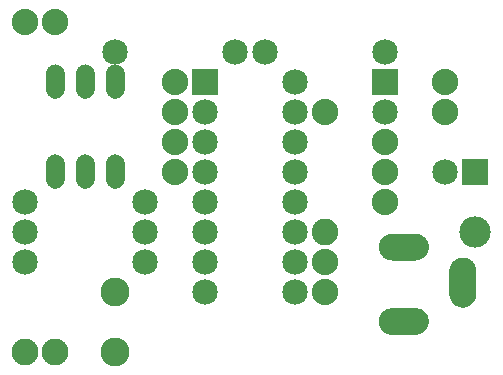
<source format=gts>
G04 MADE WITH FRITZING*
G04 WWW.FRITZING.ORG*
G04 DOUBLE SIDED*
G04 HOLES PLATED*
G04 CONTOUR ON CENTER OF CONTOUR VECTOR*
%ASAXBY*%
%FSLAX23Y23*%
%MOIN*%
%OFA0B0*%
%SFA1.0B1.0*%
%ADD10C,0.085000*%
%ADD11C,0.104488*%
%ADD12C,0.088740*%
%ADD13C,0.096614*%
%ADD14C,0.089370*%
%ADD15C,0.088000*%
%ADD16C,0.062000*%
%ADD17R,0.085000X0.085000*%
%ADD18R,0.001000X0.001000*%
%LNMASK1*%
G90*
G70*
G54D10*
X802Y1075D03*
X402Y1075D03*
X902Y1075D03*
X1302Y1075D03*
G54D11*
X1602Y475D03*
G54D12*
X1102Y475D03*
G54D13*
X402Y75D03*
X402Y275D03*
G54D14*
X102Y75D03*
X202Y75D03*
G54D15*
X1502Y975D03*
X1502Y875D03*
X102Y1175D03*
X202Y1175D03*
X1102Y375D03*
X1102Y275D03*
G54D12*
X1364Y423D03*
X1364Y175D03*
X1561Y305D03*
X1364Y423D03*
X1364Y175D03*
X1561Y305D03*
G54D15*
X1102Y875D03*
X602Y975D03*
X602Y875D03*
X602Y775D03*
X602Y675D03*
G54D10*
X1602Y675D03*
X1502Y675D03*
X1302Y975D03*
X1302Y875D03*
G54D15*
X1302Y775D03*
X1302Y675D03*
X1302Y575D03*
G54D10*
X702Y975D03*
X1002Y975D03*
X702Y875D03*
X1002Y875D03*
X702Y775D03*
X1002Y775D03*
X702Y675D03*
X1002Y675D03*
X702Y575D03*
X1002Y575D03*
X702Y475D03*
X1002Y475D03*
X702Y375D03*
X1002Y375D03*
X702Y275D03*
X1002Y275D03*
G54D16*
X302Y675D03*
X402Y675D03*
X402Y975D03*
X302Y975D03*
X302Y675D03*
X402Y675D03*
X402Y975D03*
X302Y975D03*
X202Y675D03*
X302Y675D03*
X302Y975D03*
X202Y975D03*
X202Y675D03*
X302Y675D03*
X302Y975D03*
X202Y975D03*
G54D10*
X502Y375D03*
X102Y375D03*
X502Y475D03*
X102Y475D03*
X502Y575D03*
X102Y575D03*
G54D17*
X1602Y675D03*
X1302Y975D03*
X702Y975D03*
G54D18*
X200Y1032D02*
X204Y1032D01*
X300Y1032D02*
X304Y1032D01*
X400Y1032D02*
X404Y1032D01*
X194Y1031D02*
X209Y1031D01*
X294Y1031D02*
X309Y1031D01*
X394Y1031D02*
X409Y1031D01*
X191Y1030D02*
X212Y1030D01*
X291Y1030D02*
X312Y1030D01*
X391Y1030D02*
X412Y1030D01*
X189Y1029D02*
X215Y1029D01*
X289Y1029D02*
X315Y1029D01*
X389Y1029D02*
X415Y1029D01*
X187Y1028D02*
X217Y1028D01*
X287Y1028D02*
X317Y1028D01*
X387Y1028D02*
X417Y1028D01*
X185Y1027D02*
X218Y1027D01*
X285Y1027D02*
X318Y1027D01*
X385Y1027D02*
X418Y1027D01*
X184Y1026D02*
X220Y1026D01*
X284Y1026D02*
X320Y1026D01*
X384Y1026D02*
X420Y1026D01*
X183Y1025D02*
X221Y1025D01*
X283Y1025D02*
X321Y1025D01*
X383Y1025D02*
X421Y1025D01*
X181Y1024D02*
X222Y1024D01*
X281Y1024D02*
X322Y1024D01*
X381Y1024D02*
X422Y1024D01*
X180Y1023D02*
X223Y1023D01*
X280Y1023D02*
X323Y1023D01*
X380Y1023D02*
X423Y1023D01*
X179Y1022D02*
X224Y1022D01*
X279Y1022D02*
X324Y1022D01*
X379Y1022D02*
X424Y1022D01*
X179Y1021D02*
X225Y1021D01*
X279Y1021D02*
X325Y1021D01*
X379Y1021D02*
X425Y1021D01*
X178Y1020D02*
X226Y1020D01*
X278Y1020D02*
X326Y1020D01*
X378Y1020D02*
X426Y1020D01*
X177Y1019D02*
X227Y1019D01*
X277Y1019D02*
X327Y1019D01*
X377Y1019D02*
X427Y1019D01*
X176Y1018D02*
X227Y1018D01*
X276Y1018D02*
X327Y1018D01*
X376Y1018D02*
X427Y1018D01*
X176Y1017D02*
X228Y1017D01*
X276Y1017D02*
X328Y1017D01*
X376Y1017D02*
X428Y1017D01*
X175Y1016D02*
X228Y1016D01*
X275Y1016D02*
X328Y1016D01*
X375Y1016D02*
X428Y1016D01*
X175Y1015D02*
X229Y1015D01*
X275Y1015D02*
X329Y1015D01*
X375Y1015D02*
X429Y1015D01*
X174Y1014D02*
X229Y1014D01*
X274Y1014D02*
X329Y1014D01*
X374Y1014D02*
X429Y1014D01*
X174Y1013D02*
X230Y1013D01*
X274Y1013D02*
X330Y1013D01*
X374Y1013D02*
X430Y1013D01*
X173Y1012D02*
X230Y1012D01*
X273Y1012D02*
X330Y1012D01*
X373Y1012D02*
X430Y1012D01*
X173Y1011D02*
X231Y1011D01*
X273Y1011D02*
X331Y1011D01*
X373Y1011D02*
X431Y1011D01*
X173Y1010D02*
X231Y1010D01*
X273Y1010D02*
X331Y1010D01*
X373Y1010D02*
X431Y1010D01*
X172Y1009D02*
X231Y1009D01*
X272Y1009D02*
X331Y1009D01*
X372Y1009D02*
X431Y1009D01*
X172Y1008D02*
X232Y1008D01*
X272Y1008D02*
X332Y1008D01*
X372Y1008D02*
X432Y1008D01*
X172Y1007D02*
X232Y1007D01*
X272Y1007D02*
X332Y1007D01*
X372Y1007D02*
X432Y1007D01*
X172Y1006D02*
X232Y1006D01*
X272Y1006D02*
X332Y1006D01*
X372Y1006D02*
X432Y1006D01*
X172Y1005D02*
X232Y1005D01*
X272Y1005D02*
X332Y1005D01*
X372Y1005D02*
X432Y1005D01*
X172Y1004D02*
X232Y1004D01*
X272Y1004D02*
X332Y1004D01*
X372Y1004D02*
X432Y1004D01*
X171Y1003D02*
X232Y1003D01*
X271Y1003D02*
X332Y1003D01*
X371Y1003D02*
X432Y1003D01*
X171Y1002D02*
X232Y1002D01*
X271Y1002D02*
X332Y1002D01*
X371Y1002D02*
X432Y1002D01*
X171Y1001D02*
X232Y1001D01*
X271Y1001D02*
X332Y1001D01*
X371Y1001D02*
X432Y1001D01*
X171Y1000D02*
X232Y1000D01*
X271Y1000D02*
X332Y1000D01*
X371Y1000D02*
X432Y1000D01*
X171Y999D02*
X232Y999D01*
X271Y999D02*
X332Y999D01*
X371Y999D02*
X432Y999D01*
X171Y998D02*
X232Y998D01*
X271Y998D02*
X332Y998D01*
X371Y998D02*
X432Y998D01*
X171Y997D02*
X232Y997D01*
X271Y997D02*
X332Y997D01*
X371Y997D02*
X432Y997D01*
X171Y996D02*
X232Y996D01*
X271Y996D02*
X332Y996D01*
X371Y996D02*
X432Y996D01*
X171Y995D02*
X232Y995D01*
X271Y995D02*
X332Y995D01*
X371Y995D02*
X432Y995D01*
X171Y994D02*
X232Y994D01*
X271Y994D02*
X332Y994D01*
X371Y994D02*
X432Y994D01*
X171Y993D02*
X232Y993D01*
X271Y993D02*
X332Y993D01*
X371Y993D02*
X432Y993D01*
X171Y992D02*
X232Y992D01*
X271Y992D02*
X332Y992D01*
X371Y992D02*
X432Y992D01*
X171Y991D02*
X232Y991D01*
X271Y991D02*
X332Y991D01*
X371Y991D02*
X432Y991D01*
X171Y990D02*
X232Y990D01*
X271Y990D02*
X332Y990D01*
X371Y990D02*
X432Y990D01*
X171Y989D02*
X232Y989D01*
X271Y989D02*
X332Y989D01*
X371Y989D02*
X432Y989D01*
X171Y988D02*
X232Y988D01*
X271Y988D02*
X332Y988D01*
X371Y988D02*
X432Y988D01*
X171Y987D02*
X232Y987D01*
X271Y987D02*
X332Y987D01*
X371Y987D02*
X432Y987D01*
X171Y986D02*
X199Y986D01*
X204Y986D02*
X232Y986D01*
X271Y986D02*
X299Y986D01*
X304Y986D02*
X332Y986D01*
X371Y986D02*
X399Y986D01*
X404Y986D02*
X432Y986D01*
X171Y985D02*
X196Y985D01*
X207Y985D02*
X232Y985D01*
X271Y985D02*
X296Y985D01*
X307Y985D02*
X332Y985D01*
X371Y985D02*
X396Y985D01*
X407Y985D02*
X432Y985D01*
X171Y984D02*
X195Y984D01*
X209Y984D02*
X232Y984D01*
X271Y984D02*
X295Y984D01*
X309Y984D02*
X332Y984D01*
X371Y984D02*
X395Y984D01*
X409Y984D02*
X432Y984D01*
X171Y983D02*
X194Y983D01*
X210Y983D02*
X232Y983D01*
X271Y983D02*
X294Y983D01*
X310Y983D02*
X332Y983D01*
X371Y983D02*
X394Y983D01*
X410Y983D02*
X432Y983D01*
X171Y982D02*
X193Y982D01*
X211Y982D02*
X232Y982D01*
X271Y982D02*
X293Y982D01*
X311Y982D02*
X332Y982D01*
X371Y982D02*
X393Y982D01*
X411Y982D02*
X432Y982D01*
X171Y981D02*
X192Y981D01*
X212Y981D02*
X232Y981D01*
X271Y981D02*
X292Y981D01*
X312Y981D02*
X332Y981D01*
X371Y981D02*
X392Y981D01*
X412Y981D02*
X432Y981D01*
X171Y980D02*
X191Y980D01*
X212Y980D02*
X232Y980D01*
X271Y980D02*
X291Y980D01*
X312Y980D02*
X332Y980D01*
X371Y980D02*
X391Y980D01*
X412Y980D02*
X432Y980D01*
X171Y979D02*
X191Y979D01*
X213Y979D02*
X232Y979D01*
X271Y979D02*
X291Y979D01*
X313Y979D02*
X332Y979D01*
X371Y979D02*
X391Y979D01*
X413Y979D02*
X432Y979D01*
X171Y978D02*
X191Y978D01*
X213Y978D02*
X232Y978D01*
X271Y978D02*
X291Y978D01*
X313Y978D02*
X332Y978D01*
X371Y978D02*
X391Y978D01*
X413Y978D02*
X432Y978D01*
X171Y977D02*
X191Y977D01*
X213Y977D02*
X232Y977D01*
X271Y977D02*
X291Y977D01*
X313Y977D02*
X332Y977D01*
X371Y977D02*
X391Y977D01*
X413Y977D02*
X432Y977D01*
X171Y976D02*
X190Y976D01*
X213Y976D02*
X232Y976D01*
X271Y976D02*
X290Y976D01*
X313Y976D02*
X332Y976D01*
X371Y976D02*
X390Y976D01*
X413Y976D02*
X432Y976D01*
X171Y975D02*
X190Y975D01*
X213Y975D02*
X232Y975D01*
X271Y975D02*
X290Y975D01*
X313Y975D02*
X332Y975D01*
X371Y975D02*
X390Y975D01*
X413Y975D02*
X432Y975D01*
X171Y974D02*
X190Y974D01*
X213Y974D02*
X232Y974D01*
X271Y974D02*
X290Y974D01*
X313Y974D02*
X332Y974D01*
X371Y974D02*
X390Y974D01*
X413Y974D02*
X432Y974D01*
X171Y973D02*
X191Y973D01*
X213Y973D02*
X232Y973D01*
X271Y973D02*
X291Y973D01*
X313Y973D02*
X332Y973D01*
X371Y973D02*
X391Y973D01*
X413Y973D02*
X432Y973D01*
X171Y972D02*
X191Y972D01*
X213Y972D02*
X232Y972D01*
X271Y972D02*
X291Y972D01*
X313Y972D02*
X332Y972D01*
X371Y972D02*
X391Y972D01*
X413Y972D02*
X432Y972D01*
X171Y971D02*
X191Y971D01*
X213Y971D02*
X232Y971D01*
X271Y971D02*
X291Y971D01*
X313Y971D02*
X332Y971D01*
X371Y971D02*
X391Y971D01*
X413Y971D02*
X432Y971D01*
X171Y970D02*
X192Y970D01*
X212Y970D02*
X232Y970D01*
X271Y970D02*
X292Y970D01*
X312Y970D02*
X332Y970D01*
X371Y970D02*
X392Y970D01*
X412Y970D02*
X432Y970D01*
X171Y969D02*
X192Y969D01*
X212Y969D02*
X232Y969D01*
X271Y969D02*
X292Y969D01*
X311Y969D02*
X332Y969D01*
X371Y969D02*
X392Y969D01*
X411Y969D02*
X432Y969D01*
X171Y968D02*
X193Y968D01*
X211Y968D02*
X232Y968D01*
X271Y968D02*
X293Y968D01*
X311Y968D02*
X332Y968D01*
X371Y968D02*
X393Y968D01*
X411Y968D02*
X432Y968D01*
X171Y967D02*
X194Y967D01*
X210Y967D02*
X232Y967D01*
X271Y967D02*
X294Y967D01*
X310Y967D02*
X332Y967D01*
X371Y967D02*
X394Y967D01*
X410Y967D02*
X432Y967D01*
X171Y966D02*
X195Y966D01*
X208Y966D02*
X232Y966D01*
X271Y966D02*
X295Y966D01*
X308Y966D02*
X332Y966D01*
X371Y966D02*
X395Y966D01*
X408Y966D02*
X432Y966D01*
X171Y965D02*
X197Y965D01*
X207Y965D02*
X232Y965D01*
X271Y965D02*
X297Y965D01*
X307Y965D02*
X332Y965D01*
X371Y965D02*
X397Y965D01*
X407Y965D02*
X432Y965D01*
X171Y964D02*
X232Y964D01*
X271Y964D02*
X332Y964D01*
X371Y964D02*
X432Y964D01*
X171Y963D02*
X232Y963D01*
X271Y963D02*
X332Y963D01*
X371Y963D02*
X432Y963D01*
X171Y962D02*
X232Y962D01*
X271Y962D02*
X332Y962D01*
X371Y962D02*
X432Y962D01*
X171Y961D02*
X232Y961D01*
X271Y961D02*
X332Y961D01*
X371Y961D02*
X432Y961D01*
X171Y960D02*
X232Y960D01*
X271Y960D02*
X332Y960D01*
X371Y960D02*
X432Y960D01*
X171Y959D02*
X232Y959D01*
X271Y959D02*
X332Y959D01*
X371Y959D02*
X432Y959D01*
X171Y958D02*
X232Y958D01*
X271Y958D02*
X332Y958D01*
X371Y958D02*
X432Y958D01*
X171Y957D02*
X232Y957D01*
X271Y957D02*
X332Y957D01*
X371Y957D02*
X432Y957D01*
X171Y956D02*
X232Y956D01*
X271Y956D02*
X332Y956D01*
X371Y956D02*
X432Y956D01*
X171Y955D02*
X232Y955D01*
X271Y955D02*
X332Y955D01*
X371Y955D02*
X432Y955D01*
X171Y954D02*
X232Y954D01*
X271Y954D02*
X332Y954D01*
X371Y954D02*
X432Y954D01*
X171Y953D02*
X232Y953D01*
X271Y953D02*
X332Y953D01*
X371Y953D02*
X432Y953D01*
X171Y952D02*
X232Y952D01*
X271Y952D02*
X332Y952D01*
X371Y952D02*
X432Y952D01*
X171Y951D02*
X232Y951D01*
X271Y951D02*
X332Y951D01*
X371Y951D02*
X432Y951D01*
X171Y950D02*
X232Y950D01*
X271Y950D02*
X332Y950D01*
X371Y950D02*
X432Y950D01*
X171Y949D02*
X232Y949D01*
X271Y949D02*
X332Y949D01*
X371Y949D02*
X432Y949D01*
X171Y948D02*
X232Y948D01*
X271Y948D02*
X332Y948D01*
X371Y948D02*
X432Y948D01*
X171Y947D02*
X232Y947D01*
X271Y947D02*
X332Y947D01*
X371Y947D02*
X432Y947D01*
X172Y946D02*
X232Y946D01*
X272Y946D02*
X332Y946D01*
X372Y946D02*
X432Y946D01*
X172Y945D02*
X232Y945D01*
X272Y945D02*
X332Y945D01*
X372Y945D02*
X432Y945D01*
X172Y944D02*
X232Y944D01*
X272Y944D02*
X332Y944D01*
X372Y944D02*
X432Y944D01*
X172Y943D02*
X232Y943D01*
X272Y943D02*
X332Y943D01*
X372Y943D02*
X432Y943D01*
X172Y942D02*
X231Y942D01*
X272Y942D02*
X331Y942D01*
X372Y942D02*
X431Y942D01*
X173Y941D02*
X231Y941D01*
X273Y941D02*
X331Y941D01*
X373Y941D02*
X431Y941D01*
X173Y940D02*
X231Y940D01*
X273Y940D02*
X331Y940D01*
X373Y940D02*
X431Y940D01*
X173Y939D02*
X231Y939D01*
X273Y939D02*
X331Y939D01*
X373Y939D02*
X431Y939D01*
X174Y938D02*
X230Y938D01*
X274Y938D02*
X330Y938D01*
X374Y938D02*
X430Y938D01*
X174Y937D02*
X230Y937D01*
X274Y937D02*
X330Y937D01*
X374Y937D02*
X430Y937D01*
X174Y936D02*
X229Y936D01*
X274Y936D02*
X329Y936D01*
X374Y936D02*
X429Y936D01*
X175Y935D02*
X229Y935D01*
X275Y935D02*
X329Y935D01*
X375Y935D02*
X429Y935D01*
X175Y934D02*
X228Y934D01*
X275Y934D02*
X328Y934D01*
X375Y934D02*
X428Y934D01*
X176Y933D02*
X228Y933D01*
X276Y933D02*
X328Y933D01*
X376Y933D02*
X428Y933D01*
X177Y932D02*
X227Y932D01*
X277Y932D02*
X327Y932D01*
X377Y932D02*
X427Y932D01*
X177Y931D02*
X226Y931D01*
X277Y931D02*
X326Y931D01*
X377Y931D02*
X426Y931D01*
X178Y930D02*
X226Y930D01*
X278Y930D02*
X326Y930D01*
X378Y930D02*
X426Y930D01*
X179Y929D02*
X225Y929D01*
X279Y929D02*
X325Y929D01*
X379Y929D02*
X425Y929D01*
X180Y928D02*
X224Y928D01*
X280Y928D02*
X324Y928D01*
X380Y928D02*
X424Y928D01*
X181Y927D02*
X223Y927D01*
X281Y927D02*
X323Y927D01*
X381Y927D02*
X423Y927D01*
X182Y926D02*
X222Y926D01*
X282Y926D02*
X322Y926D01*
X382Y926D02*
X422Y926D01*
X183Y925D02*
X221Y925D01*
X283Y925D02*
X321Y925D01*
X383Y925D02*
X421Y925D01*
X184Y924D02*
X219Y924D01*
X284Y924D02*
X319Y924D01*
X384Y924D02*
X419Y924D01*
X186Y923D02*
X218Y923D01*
X286Y923D02*
X318Y923D01*
X386Y923D02*
X418Y923D01*
X188Y922D02*
X216Y922D01*
X288Y922D02*
X316Y922D01*
X388Y922D02*
X416Y922D01*
X190Y921D02*
X214Y921D01*
X290Y921D02*
X314Y921D01*
X390Y921D02*
X414Y921D01*
X192Y920D02*
X211Y920D01*
X292Y920D02*
X311Y920D01*
X392Y920D02*
X411Y920D01*
X196Y919D02*
X208Y919D01*
X296Y919D02*
X308Y919D01*
X396Y919D02*
X408Y919D01*
X199Y732D02*
X205Y732D01*
X299Y732D02*
X305Y732D01*
X399Y732D02*
X405Y732D01*
X194Y731D02*
X210Y731D01*
X294Y731D02*
X310Y731D01*
X394Y731D02*
X410Y731D01*
X191Y730D02*
X213Y730D01*
X291Y730D02*
X313Y730D01*
X391Y730D02*
X413Y730D01*
X189Y729D02*
X215Y729D01*
X289Y729D02*
X315Y729D01*
X389Y729D02*
X415Y729D01*
X187Y728D02*
X217Y728D01*
X287Y728D02*
X317Y728D01*
X387Y728D02*
X417Y728D01*
X185Y727D02*
X218Y727D01*
X285Y727D02*
X318Y727D01*
X385Y727D02*
X418Y727D01*
X184Y726D02*
X220Y726D01*
X284Y726D02*
X320Y726D01*
X384Y726D02*
X420Y726D01*
X183Y725D02*
X221Y725D01*
X283Y725D02*
X321Y725D01*
X383Y725D02*
X421Y725D01*
X181Y724D02*
X222Y724D01*
X281Y724D02*
X322Y724D01*
X381Y724D02*
X422Y724D01*
X180Y723D02*
X223Y723D01*
X280Y723D02*
X323Y723D01*
X380Y723D02*
X423Y723D01*
X179Y722D02*
X224Y722D01*
X279Y722D02*
X324Y722D01*
X379Y722D02*
X424Y722D01*
X179Y721D02*
X225Y721D01*
X279Y721D02*
X325Y721D01*
X379Y721D02*
X425Y721D01*
X178Y720D02*
X226Y720D01*
X278Y720D02*
X326Y720D01*
X378Y720D02*
X426Y720D01*
X177Y719D02*
X227Y719D01*
X277Y719D02*
X327Y719D01*
X377Y719D02*
X427Y719D01*
X176Y718D02*
X227Y718D01*
X276Y718D02*
X327Y718D01*
X376Y718D02*
X427Y718D01*
X176Y717D02*
X228Y717D01*
X276Y717D02*
X328Y717D01*
X376Y717D02*
X428Y717D01*
X175Y716D02*
X229Y716D01*
X275Y716D02*
X329Y716D01*
X375Y716D02*
X429Y716D01*
X175Y715D02*
X229Y715D01*
X275Y715D02*
X329Y715D01*
X375Y715D02*
X429Y715D01*
X174Y714D02*
X229Y714D01*
X274Y714D02*
X329Y714D01*
X374Y714D02*
X429Y714D01*
X174Y713D02*
X230Y713D01*
X274Y713D02*
X330Y713D01*
X374Y713D02*
X430Y713D01*
X173Y712D02*
X230Y712D01*
X273Y712D02*
X330Y712D01*
X373Y712D02*
X430Y712D01*
X173Y711D02*
X231Y711D01*
X273Y711D02*
X331Y711D01*
X373Y711D02*
X431Y711D01*
X173Y710D02*
X231Y710D01*
X273Y710D02*
X331Y710D01*
X373Y710D02*
X431Y710D01*
X172Y709D02*
X231Y709D01*
X272Y709D02*
X331Y709D01*
X372Y709D02*
X431Y709D01*
X172Y708D02*
X232Y708D01*
X272Y708D02*
X332Y708D01*
X372Y708D02*
X432Y708D01*
X172Y707D02*
X232Y707D01*
X272Y707D02*
X332Y707D01*
X372Y707D02*
X432Y707D01*
X172Y706D02*
X232Y706D01*
X272Y706D02*
X332Y706D01*
X372Y706D02*
X432Y706D01*
X172Y705D02*
X232Y705D01*
X272Y705D02*
X332Y705D01*
X372Y705D02*
X432Y705D01*
X172Y704D02*
X232Y704D01*
X272Y704D02*
X332Y704D01*
X372Y704D02*
X432Y704D01*
X171Y703D02*
X232Y703D01*
X271Y703D02*
X332Y703D01*
X371Y703D02*
X432Y703D01*
X171Y702D02*
X232Y702D01*
X271Y702D02*
X332Y702D01*
X371Y702D02*
X432Y702D01*
X171Y701D02*
X232Y701D01*
X271Y701D02*
X332Y701D01*
X371Y701D02*
X432Y701D01*
X171Y700D02*
X232Y700D01*
X271Y700D02*
X332Y700D01*
X371Y700D02*
X432Y700D01*
X171Y699D02*
X232Y699D01*
X271Y699D02*
X332Y699D01*
X371Y699D02*
X432Y699D01*
X171Y698D02*
X232Y698D01*
X271Y698D02*
X332Y698D01*
X371Y698D02*
X432Y698D01*
X171Y697D02*
X232Y697D01*
X271Y697D02*
X332Y697D01*
X371Y697D02*
X432Y697D01*
X171Y696D02*
X232Y696D01*
X271Y696D02*
X332Y696D01*
X371Y696D02*
X432Y696D01*
X171Y695D02*
X232Y695D01*
X271Y695D02*
X332Y695D01*
X371Y695D02*
X432Y695D01*
X171Y694D02*
X232Y694D01*
X271Y694D02*
X332Y694D01*
X371Y694D02*
X432Y694D01*
X171Y693D02*
X232Y693D01*
X271Y693D02*
X332Y693D01*
X371Y693D02*
X432Y693D01*
X171Y692D02*
X232Y692D01*
X271Y692D02*
X332Y692D01*
X371Y692D02*
X432Y692D01*
X171Y691D02*
X232Y691D01*
X271Y691D02*
X332Y691D01*
X371Y691D02*
X432Y691D01*
X171Y690D02*
X232Y690D01*
X271Y690D02*
X332Y690D01*
X371Y690D02*
X432Y690D01*
X171Y689D02*
X232Y689D01*
X271Y689D02*
X332Y689D01*
X371Y689D02*
X432Y689D01*
X171Y688D02*
X232Y688D01*
X271Y688D02*
X332Y688D01*
X371Y688D02*
X432Y688D01*
X171Y687D02*
X232Y687D01*
X271Y687D02*
X332Y687D01*
X371Y687D02*
X432Y687D01*
X171Y686D02*
X199Y686D01*
X205Y686D02*
X232Y686D01*
X271Y686D02*
X299Y686D01*
X305Y686D02*
X332Y686D01*
X371Y686D02*
X399Y686D01*
X405Y686D02*
X432Y686D01*
X171Y685D02*
X196Y685D01*
X207Y685D02*
X232Y685D01*
X271Y685D02*
X296Y685D01*
X307Y685D02*
X332Y685D01*
X371Y685D02*
X396Y685D01*
X407Y685D02*
X432Y685D01*
X171Y684D02*
X195Y684D01*
X209Y684D02*
X232Y684D01*
X271Y684D02*
X295Y684D01*
X309Y684D02*
X332Y684D01*
X371Y684D02*
X395Y684D01*
X409Y684D02*
X432Y684D01*
X171Y683D02*
X194Y683D01*
X210Y683D02*
X232Y683D01*
X271Y683D02*
X294Y683D01*
X310Y683D02*
X332Y683D01*
X371Y683D02*
X394Y683D01*
X410Y683D02*
X432Y683D01*
X171Y682D02*
X193Y682D01*
X211Y682D02*
X232Y682D01*
X271Y682D02*
X293Y682D01*
X311Y682D02*
X332Y682D01*
X371Y682D02*
X393Y682D01*
X411Y682D02*
X432Y682D01*
X171Y681D02*
X192Y681D01*
X212Y681D02*
X232Y681D01*
X271Y681D02*
X292Y681D01*
X312Y681D02*
X332Y681D01*
X371Y681D02*
X392Y681D01*
X412Y681D02*
X432Y681D01*
X171Y680D02*
X191Y680D01*
X212Y680D02*
X232Y680D01*
X271Y680D02*
X291Y680D01*
X312Y680D02*
X332Y680D01*
X371Y680D02*
X391Y680D01*
X412Y680D02*
X432Y680D01*
X171Y679D02*
X191Y679D01*
X213Y679D02*
X232Y679D01*
X271Y679D02*
X291Y679D01*
X313Y679D02*
X332Y679D01*
X371Y679D02*
X391Y679D01*
X413Y679D02*
X432Y679D01*
X171Y678D02*
X191Y678D01*
X213Y678D02*
X232Y678D01*
X271Y678D02*
X291Y678D01*
X313Y678D02*
X332Y678D01*
X371Y678D02*
X391Y678D01*
X413Y678D02*
X432Y678D01*
X171Y677D02*
X191Y677D01*
X213Y677D02*
X232Y677D01*
X271Y677D02*
X291Y677D01*
X313Y677D02*
X332Y677D01*
X371Y677D02*
X391Y677D01*
X413Y677D02*
X432Y677D01*
X171Y676D02*
X190Y676D01*
X213Y676D02*
X232Y676D01*
X271Y676D02*
X290Y676D01*
X313Y676D02*
X332Y676D01*
X371Y676D02*
X390Y676D01*
X413Y676D02*
X432Y676D01*
X171Y675D02*
X190Y675D01*
X213Y675D02*
X232Y675D01*
X271Y675D02*
X290Y675D01*
X313Y675D02*
X332Y675D01*
X371Y675D02*
X390Y675D01*
X413Y675D02*
X432Y675D01*
X171Y674D02*
X190Y674D01*
X213Y674D02*
X232Y674D01*
X271Y674D02*
X290Y674D01*
X313Y674D02*
X332Y674D01*
X371Y674D02*
X390Y674D01*
X413Y674D02*
X432Y674D01*
X171Y673D02*
X191Y673D01*
X213Y673D02*
X232Y673D01*
X271Y673D02*
X291Y673D01*
X313Y673D02*
X332Y673D01*
X371Y673D02*
X391Y673D01*
X413Y673D02*
X432Y673D01*
X171Y672D02*
X191Y672D01*
X213Y672D02*
X232Y672D01*
X271Y672D02*
X291Y672D01*
X313Y672D02*
X332Y672D01*
X371Y672D02*
X391Y672D01*
X413Y672D02*
X432Y672D01*
X171Y671D02*
X191Y671D01*
X213Y671D02*
X232Y671D01*
X271Y671D02*
X291Y671D01*
X313Y671D02*
X332Y671D01*
X371Y671D02*
X391Y671D01*
X413Y671D02*
X432Y671D01*
X171Y670D02*
X192Y670D01*
X212Y670D02*
X232Y670D01*
X271Y670D02*
X292Y670D01*
X312Y670D02*
X332Y670D01*
X371Y670D02*
X392Y670D01*
X412Y670D02*
X432Y670D01*
X171Y669D02*
X192Y669D01*
X211Y669D02*
X232Y669D01*
X271Y669D02*
X292Y669D01*
X311Y669D02*
X332Y669D01*
X371Y669D02*
X392Y669D01*
X411Y669D02*
X432Y669D01*
X171Y668D02*
X193Y668D01*
X211Y668D02*
X232Y668D01*
X271Y668D02*
X293Y668D01*
X311Y668D02*
X332Y668D01*
X371Y668D02*
X393Y668D01*
X411Y668D02*
X432Y668D01*
X171Y667D02*
X194Y667D01*
X210Y667D02*
X232Y667D01*
X271Y667D02*
X294Y667D01*
X310Y667D02*
X332Y667D01*
X371Y667D02*
X394Y667D01*
X410Y667D02*
X432Y667D01*
X171Y666D02*
X195Y666D01*
X208Y666D02*
X232Y666D01*
X271Y666D02*
X295Y666D01*
X308Y666D02*
X332Y666D01*
X371Y666D02*
X395Y666D01*
X408Y666D02*
X432Y666D01*
X171Y665D02*
X197Y665D01*
X207Y665D02*
X232Y665D01*
X271Y665D02*
X297Y665D01*
X307Y665D02*
X332Y665D01*
X371Y665D02*
X397Y665D01*
X407Y665D02*
X432Y665D01*
X171Y664D02*
X232Y664D01*
X271Y664D02*
X332Y664D01*
X371Y664D02*
X432Y664D01*
X171Y663D02*
X232Y663D01*
X271Y663D02*
X332Y663D01*
X371Y663D02*
X432Y663D01*
X171Y662D02*
X232Y662D01*
X271Y662D02*
X332Y662D01*
X371Y662D02*
X432Y662D01*
X171Y661D02*
X232Y661D01*
X271Y661D02*
X332Y661D01*
X371Y661D02*
X432Y661D01*
X171Y660D02*
X232Y660D01*
X271Y660D02*
X332Y660D01*
X371Y660D02*
X432Y660D01*
X171Y659D02*
X232Y659D01*
X271Y659D02*
X332Y659D01*
X371Y659D02*
X432Y659D01*
X171Y658D02*
X232Y658D01*
X271Y658D02*
X332Y658D01*
X371Y658D02*
X432Y658D01*
X171Y657D02*
X232Y657D01*
X271Y657D02*
X332Y657D01*
X371Y657D02*
X432Y657D01*
X171Y656D02*
X232Y656D01*
X271Y656D02*
X332Y656D01*
X371Y656D02*
X432Y656D01*
X171Y655D02*
X232Y655D01*
X271Y655D02*
X332Y655D01*
X371Y655D02*
X432Y655D01*
X171Y654D02*
X232Y654D01*
X271Y654D02*
X332Y654D01*
X371Y654D02*
X432Y654D01*
X171Y653D02*
X232Y653D01*
X271Y653D02*
X332Y653D01*
X371Y653D02*
X432Y653D01*
X171Y652D02*
X232Y652D01*
X271Y652D02*
X332Y652D01*
X371Y652D02*
X432Y652D01*
X171Y651D02*
X232Y651D01*
X271Y651D02*
X332Y651D01*
X371Y651D02*
X432Y651D01*
X171Y650D02*
X232Y650D01*
X271Y650D02*
X332Y650D01*
X371Y650D02*
X432Y650D01*
X171Y649D02*
X232Y649D01*
X271Y649D02*
X332Y649D01*
X371Y649D02*
X432Y649D01*
X171Y648D02*
X232Y648D01*
X271Y648D02*
X332Y648D01*
X371Y648D02*
X432Y648D01*
X171Y647D02*
X232Y647D01*
X271Y647D02*
X332Y647D01*
X371Y647D02*
X432Y647D01*
X172Y646D02*
X232Y646D01*
X272Y646D02*
X332Y646D01*
X372Y646D02*
X432Y646D01*
X172Y645D02*
X232Y645D01*
X272Y645D02*
X332Y645D01*
X372Y645D02*
X432Y645D01*
X172Y644D02*
X232Y644D01*
X272Y644D02*
X332Y644D01*
X372Y644D02*
X432Y644D01*
X172Y643D02*
X232Y643D01*
X272Y643D02*
X332Y643D01*
X372Y643D02*
X432Y643D01*
X172Y642D02*
X231Y642D01*
X272Y642D02*
X331Y642D01*
X372Y642D02*
X431Y642D01*
X173Y641D02*
X231Y641D01*
X273Y641D02*
X331Y641D01*
X373Y641D02*
X431Y641D01*
X173Y640D02*
X231Y640D01*
X273Y640D02*
X331Y640D01*
X373Y640D02*
X431Y640D01*
X173Y639D02*
X231Y639D01*
X273Y639D02*
X331Y639D01*
X373Y639D02*
X430Y639D01*
X174Y638D02*
X230Y638D01*
X274Y638D02*
X330Y638D01*
X374Y638D02*
X430Y638D01*
X174Y637D02*
X230Y637D01*
X274Y637D02*
X330Y637D01*
X374Y637D02*
X430Y637D01*
X174Y636D02*
X229Y636D01*
X274Y636D02*
X329Y636D01*
X374Y636D02*
X429Y636D01*
X175Y635D02*
X229Y635D01*
X275Y635D02*
X329Y635D01*
X375Y635D02*
X429Y635D01*
X175Y634D02*
X228Y634D01*
X275Y634D02*
X328Y634D01*
X375Y634D02*
X428Y634D01*
X176Y633D02*
X228Y633D01*
X276Y633D02*
X328Y633D01*
X376Y633D02*
X428Y633D01*
X177Y632D02*
X227Y632D01*
X277Y632D02*
X327Y632D01*
X377Y632D02*
X427Y632D01*
X177Y631D02*
X226Y631D01*
X277Y631D02*
X326Y631D01*
X377Y631D02*
X426Y631D01*
X178Y630D02*
X226Y630D01*
X278Y630D02*
X326Y630D01*
X378Y630D02*
X426Y630D01*
X179Y629D02*
X225Y629D01*
X279Y629D02*
X325Y629D01*
X379Y629D02*
X425Y629D01*
X180Y628D02*
X224Y628D01*
X280Y628D02*
X324Y628D01*
X380Y628D02*
X424Y628D01*
X181Y627D02*
X223Y627D01*
X281Y627D02*
X323Y627D01*
X381Y627D02*
X423Y627D01*
X182Y626D02*
X222Y626D01*
X282Y626D02*
X322Y626D01*
X382Y626D02*
X422Y626D01*
X183Y625D02*
X221Y625D01*
X283Y625D02*
X321Y625D01*
X383Y625D02*
X421Y625D01*
X184Y624D02*
X219Y624D01*
X284Y624D02*
X319Y624D01*
X384Y624D02*
X419Y624D01*
X186Y623D02*
X218Y623D01*
X286Y623D02*
X318Y623D01*
X386Y623D02*
X418Y623D01*
X188Y622D02*
X216Y622D01*
X288Y622D02*
X316Y622D01*
X388Y622D02*
X416Y622D01*
X190Y621D02*
X214Y621D01*
X290Y621D02*
X314Y621D01*
X390Y621D02*
X414Y621D01*
X192Y620D02*
X211Y620D01*
X292Y620D02*
X311Y620D01*
X392Y620D02*
X411Y620D01*
X196Y619D02*
X208Y619D01*
X296Y619D02*
X308Y619D01*
X396Y619D02*
X408Y619D01*
X1317Y467D02*
X1409Y467D01*
X1313Y466D02*
X1414Y466D01*
X1310Y465D02*
X1417Y465D01*
X1307Y464D02*
X1420Y464D01*
X1305Y463D02*
X1422Y463D01*
X1303Y462D02*
X1424Y462D01*
X1301Y461D02*
X1425Y461D01*
X1300Y460D02*
X1427Y460D01*
X1298Y459D02*
X1428Y459D01*
X1297Y458D02*
X1430Y458D01*
X1296Y457D02*
X1431Y457D01*
X1295Y456D02*
X1432Y456D01*
X1293Y455D02*
X1433Y455D01*
X1292Y454D02*
X1434Y454D01*
X1292Y453D02*
X1435Y453D01*
X1291Y452D02*
X1436Y452D01*
X1290Y451D02*
X1437Y451D01*
X1289Y450D02*
X1437Y450D01*
X1288Y449D02*
X1438Y449D01*
X1288Y448D02*
X1439Y448D01*
X1287Y447D02*
X1440Y447D01*
X1286Y446D02*
X1440Y446D01*
X1286Y445D02*
X1441Y445D01*
X1285Y444D02*
X1441Y444D01*
X1285Y443D02*
X1442Y443D01*
X1284Y442D02*
X1442Y442D01*
X1284Y441D02*
X1443Y441D01*
X1283Y440D02*
X1443Y440D01*
X1283Y439D02*
X1444Y439D01*
X1283Y438D02*
X1444Y438D01*
X1282Y437D02*
X1357Y437D01*
X1369Y437D02*
X1444Y437D01*
X1282Y436D02*
X1355Y436D01*
X1371Y436D02*
X1445Y436D01*
X1282Y435D02*
X1354Y435D01*
X1373Y435D02*
X1445Y435D01*
X1281Y434D02*
X1353Y434D01*
X1374Y434D02*
X1445Y434D01*
X1281Y433D02*
X1352Y433D01*
X1375Y433D02*
X1445Y433D01*
X1281Y432D02*
X1351Y432D01*
X1376Y432D02*
X1446Y432D01*
X1281Y431D02*
X1350Y431D01*
X1376Y431D02*
X1446Y431D01*
X1281Y430D02*
X1350Y430D01*
X1377Y430D02*
X1446Y430D01*
X1280Y429D02*
X1349Y429D01*
X1377Y429D02*
X1446Y429D01*
X1280Y428D02*
X1349Y428D01*
X1378Y428D02*
X1446Y428D01*
X1280Y427D02*
X1349Y427D01*
X1378Y427D02*
X1446Y427D01*
X1280Y426D02*
X1348Y426D01*
X1378Y426D02*
X1446Y426D01*
X1280Y425D02*
X1348Y425D01*
X1378Y425D02*
X1446Y425D01*
X1280Y424D02*
X1348Y424D01*
X1378Y424D02*
X1446Y424D01*
X1280Y423D02*
X1348Y423D01*
X1378Y423D02*
X1446Y423D01*
X1280Y422D02*
X1348Y422D01*
X1378Y422D02*
X1446Y422D01*
X1280Y421D02*
X1348Y421D01*
X1378Y421D02*
X1446Y421D01*
X1280Y420D02*
X1348Y420D01*
X1378Y420D02*
X1446Y420D01*
X1280Y419D02*
X1349Y419D01*
X1378Y419D02*
X1446Y419D01*
X1280Y418D02*
X1349Y418D01*
X1378Y418D02*
X1446Y418D01*
X1281Y417D02*
X1349Y417D01*
X1377Y417D02*
X1446Y417D01*
X1281Y416D02*
X1350Y416D01*
X1377Y416D02*
X1446Y416D01*
X1281Y415D02*
X1351Y415D01*
X1376Y415D02*
X1446Y415D01*
X1281Y414D02*
X1351Y414D01*
X1375Y414D02*
X1445Y414D01*
X1281Y413D02*
X1352Y413D01*
X1374Y413D02*
X1445Y413D01*
X1282Y412D02*
X1353Y412D01*
X1373Y412D02*
X1445Y412D01*
X1282Y411D02*
X1355Y411D01*
X1372Y411D02*
X1445Y411D01*
X1282Y410D02*
X1356Y410D01*
X1370Y410D02*
X1444Y410D01*
X1283Y409D02*
X1359Y409D01*
X1367Y409D02*
X1444Y409D01*
X1283Y408D02*
X1444Y408D01*
X1283Y407D02*
X1443Y407D01*
X1284Y406D02*
X1443Y406D01*
X1284Y405D02*
X1442Y405D01*
X1285Y404D02*
X1442Y404D01*
X1285Y403D02*
X1441Y403D01*
X1286Y402D02*
X1441Y402D01*
X1286Y401D02*
X1440Y401D01*
X1287Y400D02*
X1440Y400D01*
X1287Y399D02*
X1439Y399D01*
X1288Y398D02*
X1439Y398D01*
X1289Y397D02*
X1438Y397D01*
X1290Y396D02*
X1437Y396D01*
X1290Y395D02*
X1436Y395D01*
X1291Y394D02*
X1435Y394D01*
X1292Y393D02*
X1434Y393D01*
X1293Y392D02*
X1434Y392D01*
X1294Y391D02*
X1432Y391D01*
X1295Y390D02*
X1431Y390D01*
X1296Y389D02*
X1430Y389D01*
X1298Y388D02*
X1429Y388D01*
X1552Y388D02*
X1568Y388D01*
X1299Y387D02*
X1428Y387D01*
X1548Y387D02*
X1572Y387D01*
X1301Y386D02*
X1426Y386D01*
X1545Y386D02*
X1575Y386D01*
X1302Y385D02*
X1424Y385D01*
X1543Y385D02*
X1578Y385D01*
X1304Y384D02*
X1422Y384D01*
X1541Y384D02*
X1580Y384D01*
X1306Y383D02*
X1420Y383D01*
X1539Y383D02*
X1582Y383D01*
X1309Y382D02*
X1418Y382D01*
X1537Y382D02*
X1583Y382D01*
X1311Y381D02*
X1415Y381D01*
X1535Y381D02*
X1585Y381D01*
X1315Y380D02*
X1411Y380D01*
X1534Y380D02*
X1586Y380D01*
X1324Y379D02*
X1403Y379D01*
X1533Y379D02*
X1588Y379D01*
X1531Y378D02*
X1589Y378D01*
X1530Y377D02*
X1590Y377D01*
X1529Y376D02*
X1591Y376D01*
X1528Y375D02*
X1592Y375D01*
X1527Y374D02*
X1593Y374D01*
X1527Y373D02*
X1594Y373D01*
X1526Y372D02*
X1594Y372D01*
X1525Y371D02*
X1595Y371D01*
X1524Y370D02*
X1596Y370D01*
X1524Y369D02*
X1597Y369D01*
X1523Y368D02*
X1597Y368D01*
X1522Y367D02*
X1598Y367D01*
X1522Y366D02*
X1598Y366D01*
X1521Y365D02*
X1599Y365D01*
X1521Y364D02*
X1599Y364D01*
X1520Y363D02*
X1600Y363D01*
X1520Y362D02*
X1600Y362D01*
X1520Y361D02*
X1601Y361D01*
X1519Y360D02*
X1601Y360D01*
X1519Y359D02*
X1601Y359D01*
X1518Y358D02*
X1602Y358D01*
X1518Y357D02*
X1602Y357D01*
X1518Y356D02*
X1602Y356D01*
X1518Y355D02*
X1603Y355D01*
X1517Y354D02*
X1603Y354D01*
X1517Y353D02*
X1603Y353D01*
X1517Y352D02*
X1603Y352D01*
X1517Y351D02*
X1603Y351D01*
X1517Y350D02*
X1604Y350D01*
X1516Y349D02*
X1604Y349D01*
X1516Y348D02*
X1604Y348D01*
X1516Y347D02*
X1604Y347D01*
X1516Y346D02*
X1604Y346D01*
X1516Y345D02*
X1604Y345D01*
X1516Y344D02*
X1604Y344D01*
X1516Y343D02*
X1604Y343D01*
X1516Y342D02*
X1604Y342D01*
X1516Y341D02*
X1604Y341D01*
X1516Y340D02*
X1604Y340D01*
X1516Y339D02*
X1604Y339D01*
X1516Y338D02*
X1604Y338D01*
X1516Y337D02*
X1604Y337D01*
X1516Y336D02*
X1604Y336D01*
X1516Y335D02*
X1604Y335D01*
X1516Y334D02*
X1604Y334D01*
X1516Y333D02*
X1604Y333D01*
X1516Y332D02*
X1604Y332D01*
X1516Y331D02*
X1604Y331D01*
X1516Y330D02*
X1604Y330D01*
X1516Y329D02*
X1604Y329D01*
X1516Y328D02*
X1604Y328D01*
X1516Y327D02*
X1604Y327D01*
X1516Y326D02*
X1604Y326D01*
X1516Y325D02*
X1604Y325D01*
X1516Y324D02*
X1604Y324D01*
X1516Y323D02*
X1604Y323D01*
X1516Y322D02*
X1604Y322D01*
X1516Y321D02*
X1604Y321D01*
X1516Y320D02*
X1604Y320D01*
X1516Y319D02*
X1554Y319D01*
X1566Y319D02*
X1604Y319D01*
X1516Y318D02*
X1552Y318D01*
X1568Y318D02*
X1604Y318D01*
X1516Y317D02*
X1551Y317D01*
X1569Y317D02*
X1604Y317D01*
X1516Y316D02*
X1550Y316D01*
X1571Y316D02*
X1604Y316D01*
X1516Y315D02*
X1549Y315D01*
X1571Y315D02*
X1604Y315D01*
X1516Y314D02*
X1548Y314D01*
X1572Y314D02*
X1604Y314D01*
X1516Y313D02*
X1547Y313D01*
X1573Y313D02*
X1604Y313D01*
X1516Y312D02*
X1547Y312D01*
X1574Y312D02*
X1604Y312D01*
X1516Y311D02*
X1546Y311D01*
X1574Y311D02*
X1604Y311D01*
X1516Y310D02*
X1546Y310D01*
X1575Y310D02*
X1604Y310D01*
X1516Y309D02*
X1545Y309D01*
X1575Y309D02*
X1604Y309D01*
X1516Y308D02*
X1545Y308D01*
X1575Y308D02*
X1604Y308D01*
X1516Y307D02*
X1545Y307D01*
X1575Y307D02*
X1604Y307D01*
X1516Y306D02*
X1545Y306D01*
X1575Y306D02*
X1604Y306D01*
X1516Y305D02*
X1545Y305D01*
X1575Y305D02*
X1604Y305D01*
X1516Y304D02*
X1545Y304D01*
X1575Y304D02*
X1604Y304D01*
X1516Y303D02*
X1545Y303D01*
X1575Y303D02*
X1604Y303D01*
X1516Y302D02*
X1545Y302D01*
X1575Y302D02*
X1604Y302D01*
X1516Y301D02*
X1546Y301D01*
X1575Y301D02*
X1604Y301D01*
X1516Y300D02*
X1546Y300D01*
X1574Y300D02*
X1604Y300D01*
X1516Y299D02*
X1546Y299D01*
X1574Y299D02*
X1604Y299D01*
X1516Y298D02*
X1547Y298D01*
X1573Y298D02*
X1604Y298D01*
X1516Y297D02*
X1547Y297D01*
X1573Y297D02*
X1604Y297D01*
X1516Y296D02*
X1548Y296D01*
X1572Y296D02*
X1604Y296D01*
X1516Y295D02*
X1549Y295D01*
X1571Y295D02*
X1604Y295D01*
X1516Y294D02*
X1550Y294D01*
X1570Y294D02*
X1604Y294D01*
X1516Y293D02*
X1551Y293D01*
X1569Y293D02*
X1604Y293D01*
X1516Y292D02*
X1553Y292D01*
X1567Y292D02*
X1604Y292D01*
X1516Y291D02*
X1556Y291D01*
X1564Y291D02*
X1604Y291D01*
X1516Y290D02*
X1604Y290D01*
X1516Y289D02*
X1604Y289D01*
X1516Y288D02*
X1604Y288D01*
X1516Y287D02*
X1604Y287D01*
X1516Y286D02*
X1604Y286D01*
X1516Y285D02*
X1604Y285D01*
X1516Y284D02*
X1604Y284D01*
X1516Y283D02*
X1604Y283D01*
X1516Y282D02*
X1604Y282D01*
X1516Y281D02*
X1604Y281D01*
X1516Y280D02*
X1604Y280D01*
X1516Y279D02*
X1604Y279D01*
X1516Y278D02*
X1604Y278D01*
X1516Y277D02*
X1604Y277D01*
X1516Y276D02*
X1604Y276D01*
X1516Y275D02*
X1604Y275D01*
X1516Y274D02*
X1604Y274D01*
X1516Y273D02*
X1604Y273D01*
X1516Y272D02*
X1604Y272D01*
X1516Y271D02*
X1604Y271D01*
X1516Y270D02*
X1604Y270D01*
X1516Y269D02*
X1604Y269D01*
X1516Y268D02*
X1604Y268D01*
X1516Y267D02*
X1604Y267D01*
X1516Y266D02*
X1604Y266D01*
X1516Y265D02*
X1604Y265D01*
X1516Y264D02*
X1604Y264D01*
X1516Y263D02*
X1604Y263D01*
X1516Y262D02*
X1604Y262D01*
X1517Y261D02*
X1604Y261D01*
X1517Y260D02*
X1604Y260D01*
X1517Y259D02*
X1603Y259D01*
X1517Y258D02*
X1603Y258D01*
X1517Y257D02*
X1603Y257D01*
X1517Y256D02*
X1603Y256D01*
X1518Y255D02*
X1603Y255D01*
X1518Y254D02*
X1602Y254D01*
X1518Y253D02*
X1602Y253D01*
X1519Y252D02*
X1602Y252D01*
X1519Y251D02*
X1601Y251D01*
X1519Y250D02*
X1601Y250D01*
X1520Y249D02*
X1601Y249D01*
X1520Y248D02*
X1600Y248D01*
X1521Y247D02*
X1600Y247D01*
X1521Y246D02*
X1599Y246D01*
X1522Y245D02*
X1599Y245D01*
X1522Y244D02*
X1598Y244D01*
X1523Y243D02*
X1597Y243D01*
X1523Y242D02*
X1597Y242D01*
X1524Y241D02*
X1596Y241D01*
X1525Y240D02*
X1596Y240D01*
X1525Y239D02*
X1595Y239D01*
X1526Y238D02*
X1594Y238D01*
X1527Y237D02*
X1593Y237D01*
X1528Y236D02*
X1592Y236D01*
X1529Y235D02*
X1591Y235D01*
X1530Y234D02*
X1590Y234D01*
X1531Y233D02*
X1589Y233D01*
X1532Y232D02*
X1588Y232D01*
X1533Y231D02*
X1587Y231D01*
X1535Y230D02*
X1586Y230D01*
X1536Y229D02*
X1584Y229D01*
X1538Y228D02*
X1582Y228D01*
X1539Y227D02*
X1581Y227D01*
X1541Y226D02*
X1579Y226D01*
X1544Y225D02*
X1577Y225D01*
X1546Y224D02*
X1574Y224D01*
X1550Y223D02*
X1571Y223D01*
X1554Y222D02*
X1566Y222D01*
X1317Y219D02*
X1409Y219D01*
X1313Y218D02*
X1414Y218D01*
X1310Y217D02*
X1417Y217D01*
X1307Y216D02*
X1420Y216D01*
X1305Y215D02*
X1422Y215D01*
X1303Y214D02*
X1424Y214D01*
X1301Y213D02*
X1425Y213D01*
X1300Y212D02*
X1427Y212D01*
X1298Y211D02*
X1428Y211D01*
X1297Y210D02*
X1430Y210D01*
X1296Y209D02*
X1431Y209D01*
X1294Y208D02*
X1432Y208D01*
X1293Y207D02*
X1433Y207D01*
X1292Y206D02*
X1434Y206D01*
X1292Y205D02*
X1435Y205D01*
X1291Y204D02*
X1436Y204D01*
X1290Y203D02*
X1437Y203D01*
X1289Y202D02*
X1437Y202D01*
X1288Y201D02*
X1438Y201D01*
X1288Y200D02*
X1439Y200D01*
X1287Y199D02*
X1440Y199D01*
X1286Y198D02*
X1440Y198D01*
X1286Y197D02*
X1441Y197D01*
X1285Y196D02*
X1441Y196D01*
X1285Y195D02*
X1442Y195D01*
X1284Y194D02*
X1442Y194D01*
X1284Y193D02*
X1443Y193D01*
X1283Y192D02*
X1443Y192D01*
X1283Y191D02*
X1444Y191D01*
X1283Y190D02*
X1444Y190D01*
X1282Y189D02*
X1357Y189D01*
X1369Y189D02*
X1444Y189D01*
X1282Y188D02*
X1355Y188D01*
X1371Y188D02*
X1445Y188D01*
X1282Y187D02*
X1354Y187D01*
X1373Y187D02*
X1445Y187D01*
X1281Y186D02*
X1353Y186D01*
X1374Y186D02*
X1445Y186D01*
X1281Y185D02*
X1352Y185D01*
X1375Y185D02*
X1445Y185D01*
X1281Y184D02*
X1351Y184D01*
X1376Y184D02*
X1446Y184D01*
X1281Y183D02*
X1350Y183D01*
X1376Y183D02*
X1446Y183D01*
X1281Y182D02*
X1350Y182D01*
X1377Y182D02*
X1446Y182D01*
X1280Y181D02*
X1349Y181D01*
X1377Y181D02*
X1446Y181D01*
X1280Y180D02*
X1349Y180D01*
X1378Y180D02*
X1446Y180D01*
X1280Y179D02*
X1349Y179D01*
X1378Y179D02*
X1446Y179D01*
X1280Y178D02*
X1348Y178D01*
X1378Y178D02*
X1446Y178D01*
X1280Y177D02*
X1348Y177D01*
X1378Y177D02*
X1446Y177D01*
X1280Y176D02*
X1348Y176D01*
X1378Y176D02*
X1446Y176D01*
X1280Y175D02*
X1348Y175D01*
X1378Y175D02*
X1446Y175D01*
X1280Y174D02*
X1348Y174D01*
X1378Y174D02*
X1446Y174D01*
X1280Y173D02*
X1348Y173D01*
X1378Y173D02*
X1446Y173D01*
X1280Y172D02*
X1348Y172D01*
X1378Y172D02*
X1446Y172D01*
X1280Y171D02*
X1349Y171D01*
X1378Y171D02*
X1446Y171D01*
X1280Y170D02*
X1349Y170D01*
X1378Y170D02*
X1446Y170D01*
X1281Y169D02*
X1349Y169D01*
X1377Y169D02*
X1446Y169D01*
X1281Y168D02*
X1350Y168D01*
X1377Y168D02*
X1446Y168D01*
X1281Y167D02*
X1351Y167D01*
X1376Y167D02*
X1446Y167D01*
X1281Y166D02*
X1352Y166D01*
X1375Y166D02*
X1445Y166D01*
X1281Y165D02*
X1352Y165D01*
X1374Y165D02*
X1445Y165D01*
X1282Y164D02*
X1354Y164D01*
X1373Y164D02*
X1445Y164D01*
X1282Y163D02*
X1355Y163D01*
X1372Y163D02*
X1445Y163D01*
X1282Y162D02*
X1357Y162D01*
X1370Y162D02*
X1444Y162D01*
X1283Y161D02*
X1359Y161D01*
X1367Y161D02*
X1444Y161D01*
X1283Y160D02*
X1444Y160D01*
X1283Y159D02*
X1443Y159D01*
X1284Y158D02*
X1443Y158D01*
X1284Y157D02*
X1442Y157D01*
X1285Y156D02*
X1442Y156D01*
X1285Y155D02*
X1441Y155D01*
X1286Y154D02*
X1441Y154D01*
X1286Y153D02*
X1440Y153D01*
X1287Y152D02*
X1440Y152D01*
X1287Y151D02*
X1439Y151D01*
X1288Y150D02*
X1438Y150D01*
X1289Y149D02*
X1438Y149D01*
X1290Y148D02*
X1437Y148D01*
X1290Y147D02*
X1436Y147D01*
X1291Y146D02*
X1435Y146D01*
X1292Y145D02*
X1434Y145D01*
X1293Y144D02*
X1434Y144D01*
X1294Y143D02*
X1432Y143D01*
X1295Y142D02*
X1431Y142D01*
X1296Y141D02*
X1430Y141D01*
X1298Y140D02*
X1429Y140D01*
X1299Y139D02*
X1427Y139D01*
X1301Y138D02*
X1426Y138D01*
X1302Y137D02*
X1424Y137D01*
X1304Y136D02*
X1422Y136D01*
X1306Y135D02*
X1420Y135D01*
X1309Y134D02*
X1418Y134D01*
X1311Y133D02*
X1415Y133D01*
X1315Y132D02*
X1411Y132D01*
X1324Y131D02*
X1403Y131D01*
D02*
G04 End of Mask1*
M02*
</source>
